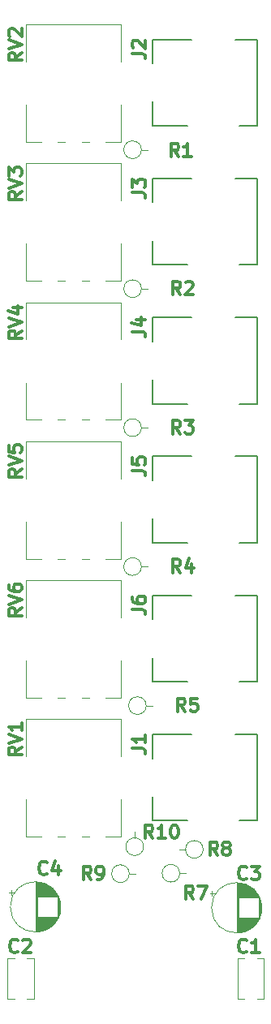
<source format=gto>
%TF.GenerationSoftware,KiCad,Pcbnew,(6.0.1)*%
%TF.CreationDate,2022-10-13T10:35:51-04:00*%
%TF.ProjectId,SYNTH-MIXER5-01,53594e54-482d-44d4-9958-4552352d3031,1*%
%TF.SameCoordinates,Original*%
%TF.FileFunction,Legend,Top*%
%TF.FilePolarity,Positive*%
%FSLAX46Y46*%
G04 Gerber Fmt 4.6, Leading zero omitted, Abs format (unit mm)*
G04 Created by KiCad (PCBNEW (6.0.1)) date 2022-10-13 10:35:51*
%MOMM*%
%LPD*%
G01*
G04 APERTURE LIST*
%ADD10C,0.304800*%
%ADD11C,0.120000*%
%ADD12C,0.200000*%
G04 APERTURE END LIST*
D10*
%TO.C,RV5*%
X3229475Y-55331547D02*
X2564237Y-55797214D01*
X3229475Y-56129833D02*
X1832475Y-56129833D01*
X1832475Y-55597642D01*
X1898999Y-55464595D01*
X1965522Y-55398071D01*
X2098570Y-55331547D01*
X2298141Y-55331547D01*
X2431189Y-55398071D01*
X2497713Y-55464595D01*
X2564237Y-55597642D01*
X2564237Y-56129833D01*
X1832475Y-54932404D02*
X3229475Y-54466738D01*
X1832475Y-54001071D01*
X1832475Y-52870166D02*
X1832475Y-53535404D01*
X2497713Y-53601928D01*
X2431189Y-53535404D01*
X2364665Y-53402357D01*
X2364665Y-53069738D01*
X2431189Y-52936690D01*
X2497713Y-52870166D01*
X2630760Y-52803642D01*
X2963379Y-52803642D01*
X3096427Y-52870166D01*
X3162951Y-52936690D01*
X3229475Y-53069738D01*
X3229475Y-53402357D01*
X3162951Y-53535404D01*
X3096427Y-53601928D01*
%TO.C,R4*%
X19767166Y-66131976D02*
X19301500Y-65466738D01*
X18968880Y-66131976D02*
X18968880Y-64734976D01*
X19501071Y-64734976D01*
X19634119Y-64801500D01*
X19700642Y-64868023D01*
X19767166Y-65001071D01*
X19767166Y-65200642D01*
X19700642Y-65333690D01*
X19634119Y-65400214D01*
X19501071Y-65466738D01*
X18968880Y-65466738D01*
X20964595Y-65200642D02*
X20964595Y-66131976D01*
X20631976Y-64668452D02*
X20299357Y-65666309D01*
X21164166Y-65666309D01*
%TO.C,RV1*%
X3231976Y-84331547D02*
X2566738Y-84797214D01*
X3231976Y-85129833D02*
X1834976Y-85129833D01*
X1834976Y-84597642D01*
X1901500Y-84464595D01*
X1968023Y-84398071D01*
X2101071Y-84331547D01*
X2300642Y-84331547D01*
X2433690Y-84398071D01*
X2500214Y-84464595D01*
X2566738Y-84597642D01*
X2566738Y-85129833D01*
X1834976Y-83932404D02*
X3231976Y-83466738D01*
X1834976Y-83001071D01*
X3231976Y-81803642D02*
X3231976Y-82601928D01*
X3231976Y-82202785D02*
X1834976Y-82202785D01*
X2034547Y-82335833D01*
X2167595Y-82468880D01*
X2234119Y-82601928D01*
%TO.C,RV3*%
X3231976Y-26381547D02*
X2566738Y-26847214D01*
X3231976Y-27179833D02*
X1834976Y-27179833D01*
X1834976Y-26647642D01*
X1901500Y-26514595D01*
X1968023Y-26448071D01*
X2101071Y-26381547D01*
X2300642Y-26381547D01*
X2433690Y-26448071D01*
X2500214Y-26514595D01*
X2566738Y-26647642D01*
X2566738Y-27179833D01*
X1834976Y-25982404D02*
X3231976Y-25516738D01*
X1834976Y-25051071D01*
X1834976Y-24718452D02*
X1834976Y-23853642D01*
X2367166Y-24319309D01*
X2367166Y-24119738D01*
X2433690Y-23986690D01*
X2500214Y-23920166D01*
X2633261Y-23853642D01*
X2965880Y-23853642D01*
X3098928Y-23920166D01*
X3165452Y-23986690D01*
X3231976Y-24119738D01*
X3231976Y-24518880D01*
X3165452Y-24651928D01*
X3098928Y-24718452D01*
%TO.C,RV6*%
X3229475Y-69831547D02*
X2564237Y-70297214D01*
X3229475Y-70629833D02*
X1832475Y-70629833D01*
X1832475Y-70097642D01*
X1898999Y-69964595D01*
X1965522Y-69898071D01*
X2098570Y-69831547D01*
X2298141Y-69831547D01*
X2431189Y-69898071D01*
X2497713Y-69964595D01*
X2564237Y-70097642D01*
X2564237Y-70629833D01*
X1832475Y-69432404D02*
X3229475Y-68966738D01*
X1832475Y-68501071D01*
X1832475Y-67436690D02*
X1832475Y-67702785D01*
X1898999Y-67835833D01*
X1965522Y-67902357D01*
X2165094Y-68035404D01*
X2431189Y-68101928D01*
X2963379Y-68101928D01*
X3096427Y-68035404D01*
X3162951Y-67968880D01*
X3229475Y-67835833D01*
X3229475Y-67569738D01*
X3162951Y-67436690D01*
X3096427Y-67370166D01*
X2963379Y-67303642D01*
X2630760Y-67303642D01*
X2497713Y-67370166D01*
X2431189Y-67436690D01*
X2364665Y-67569738D01*
X2364665Y-67835833D01*
X2431189Y-67968880D01*
X2497713Y-68035404D01*
X2630760Y-68101928D01*
%TO.C,J5*%
X14734976Y-55465666D02*
X15732833Y-55465666D01*
X15932404Y-55532190D01*
X16065452Y-55665238D01*
X16131976Y-55864809D01*
X16131976Y-55997857D01*
X14734976Y-54135190D02*
X14734976Y-54800428D01*
X15400214Y-54866952D01*
X15333690Y-54800428D01*
X15267166Y-54667380D01*
X15267166Y-54334761D01*
X15333690Y-54201714D01*
X15400214Y-54135190D01*
X15533261Y-54068666D01*
X15865880Y-54068666D01*
X15998928Y-54135190D01*
X16065452Y-54201714D01*
X16131976Y-54334761D01*
X16131976Y-54667380D01*
X16065452Y-54800428D01*
X15998928Y-54866952D01*
%TO.C,J6*%
X14734976Y-69965666D02*
X15732833Y-69965666D01*
X15932404Y-70032190D01*
X16065452Y-70165238D01*
X16131976Y-70364809D01*
X16131976Y-70497857D01*
X14734976Y-68701714D02*
X14734976Y-68967809D01*
X14801500Y-69100857D01*
X14868023Y-69167380D01*
X15067595Y-69300428D01*
X15333690Y-69366952D01*
X15865880Y-69366952D01*
X15998928Y-69300428D01*
X16065452Y-69233904D01*
X16131976Y-69100857D01*
X16131976Y-68834761D01*
X16065452Y-68701714D01*
X15998928Y-68635190D01*
X15865880Y-68568666D01*
X15533261Y-68568666D01*
X15400214Y-68635190D01*
X15333690Y-68701714D01*
X15267166Y-68834761D01*
X15267166Y-69100857D01*
X15333690Y-69233904D01*
X15400214Y-69300428D01*
X15533261Y-69366952D01*
%TO.C,R10*%
X16881928Y-93849976D02*
X16416261Y-93184738D01*
X16083642Y-93849976D02*
X16083642Y-92452976D01*
X16615833Y-92452976D01*
X16748880Y-92519500D01*
X16815404Y-92586023D01*
X16881928Y-92719071D01*
X16881928Y-92918642D01*
X16815404Y-93051690D01*
X16748880Y-93118214D01*
X16615833Y-93184738D01*
X16083642Y-93184738D01*
X18212404Y-93849976D02*
X17414119Y-93849976D01*
X17813261Y-93849976D02*
X17813261Y-92452976D01*
X17680214Y-92652547D01*
X17547166Y-92785595D01*
X17414119Y-92852119D01*
X19077214Y-92452976D02*
X19210261Y-92452976D01*
X19343309Y-92519500D01*
X19409833Y-92586023D01*
X19476357Y-92719071D01*
X19542880Y-92985166D01*
X19542880Y-93317785D01*
X19476357Y-93583880D01*
X19409833Y-93716928D01*
X19343309Y-93783452D01*
X19210261Y-93849976D01*
X19077214Y-93849976D01*
X18944166Y-93783452D01*
X18877642Y-93716928D01*
X18811119Y-93583880D01*
X18744595Y-93317785D01*
X18744595Y-92985166D01*
X18811119Y-92719071D01*
X18877642Y-92586023D01*
X18944166Y-92519500D01*
X19077214Y-92452976D01*
%TO.C,J2*%
X14734976Y-11965666D02*
X15732833Y-11965666D01*
X15932404Y-12032190D01*
X16065452Y-12165238D01*
X16131976Y-12364809D01*
X16131976Y-12497857D01*
X14868023Y-11366952D02*
X14801500Y-11300428D01*
X14734976Y-11167380D01*
X14734976Y-10834761D01*
X14801500Y-10701714D01*
X14868023Y-10635190D01*
X15001071Y-10568666D01*
X15134119Y-10568666D01*
X15333690Y-10635190D01*
X16131976Y-11433476D01*
X16131976Y-10568666D01*
%TO.C,J1*%
X14734976Y-84465666D02*
X15732833Y-84465666D01*
X15932404Y-84532190D01*
X16065452Y-84665238D01*
X16131976Y-84864809D01*
X16131976Y-84997857D01*
X16131976Y-83068666D02*
X16131976Y-83866952D01*
X16131976Y-83467809D02*
X14734976Y-83467809D01*
X14934547Y-83600857D01*
X15067595Y-83733904D01*
X15134119Y-83866952D01*
%TO.C,R3*%
X19767166Y-51631976D02*
X19301500Y-50966738D01*
X18968880Y-51631976D02*
X18968880Y-50234976D01*
X19501071Y-50234976D01*
X19634119Y-50301500D01*
X19700642Y-50368023D01*
X19767166Y-50501071D01*
X19767166Y-50700642D01*
X19700642Y-50833690D01*
X19634119Y-50900214D01*
X19501071Y-50966738D01*
X18968880Y-50966738D01*
X20232833Y-50234976D02*
X21097642Y-50234976D01*
X20631976Y-50767166D01*
X20831547Y-50767166D01*
X20964595Y-50833690D01*
X21031119Y-50900214D01*
X21097642Y-51033261D01*
X21097642Y-51365880D01*
X21031119Y-51498928D01*
X20964595Y-51565452D01*
X20831547Y-51631976D01*
X20432404Y-51631976D01*
X20299357Y-51565452D01*
X20232833Y-51498928D01*
%TO.C,R9*%
X10435166Y-98167976D02*
X9969500Y-97502738D01*
X9636880Y-98167976D02*
X9636880Y-96770976D01*
X10169071Y-96770976D01*
X10302119Y-96837500D01*
X10368642Y-96904023D01*
X10435166Y-97037071D01*
X10435166Y-97236642D01*
X10368642Y-97369690D01*
X10302119Y-97436214D01*
X10169071Y-97502738D01*
X9636880Y-97502738D01*
X11100404Y-98167976D02*
X11366500Y-98167976D01*
X11499547Y-98101452D01*
X11566071Y-98034928D01*
X11699119Y-97835357D01*
X11765642Y-97569261D01*
X11765642Y-97037071D01*
X11699119Y-96904023D01*
X11632595Y-96837500D01*
X11499547Y-96770976D01*
X11233452Y-96770976D01*
X11100404Y-96837500D01*
X11033880Y-96904023D01*
X10967357Y-97037071D01*
X10967357Y-97369690D01*
X11033880Y-97502738D01*
X11100404Y-97569261D01*
X11233452Y-97635785D01*
X11499547Y-97635785D01*
X11632595Y-97569261D01*
X11699119Y-97502738D01*
X11765642Y-97369690D01*
%TO.C,J4*%
X14734976Y-40965666D02*
X15732833Y-40965666D01*
X15932404Y-41032190D01*
X16065452Y-41165238D01*
X16131976Y-41364809D01*
X16131976Y-41497857D01*
X15200642Y-39701714D02*
X16131976Y-39701714D01*
X14668452Y-40034333D02*
X15666309Y-40366952D01*
X15666309Y-39502142D01*
%TO.C,RV2*%
X3229475Y-11881547D02*
X2564237Y-12347214D01*
X3229475Y-12679833D02*
X1832475Y-12679833D01*
X1832475Y-12147642D01*
X1898999Y-12014595D01*
X1965522Y-11948071D01*
X2098570Y-11881547D01*
X2298141Y-11881547D01*
X2431189Y-11948071D01*
X2497713Y-12014595D01*
X2564237Y-12147642D01*
X2564237Y-12679833D01*
X1832475Y-11482404D02*
X3229475Y-11016738D01*
X1832475Y-10551071D01*
X1965522Y-10151928D02*
X1898999Y-10085404D01*
X1832475Y-9952357D01*
X1832475Y-9619738D01*
X1898999Y-9486690D01*
X1965522Y-9420166D01*
X2098570Y-9353642D01*
X2231618Y-9353642D01*
X2431189Y-9420166D01*
X3229475Y-10218452D01*
X3229475Y-9353642D01*
%TO.C,R1*%
X19579166Y-22729976D02*
X19113500Y-22064738D01*
X18780880Y-22729976D02*
X18780880Y-21332976D01*
X19313071Y-21332976D01*
X19446119Y-21399500D01*
X19512642Y-21466023D01*
X19579166Y-21599071D01*
X19579166Y-21798642D01*
X19512642Y-21931690D01*
X19446119Y-21998214D01*
X19313071Y-22064738D01*
X18780880Y-22064738D01*
X20909642Y-22729976D02*
X20111357Y-22729976D01*
X20510499Y-22729976D02*
X20510499Y-21332976D01*
X20377452Y-21532547D01*
X20244404Y-21665595D01*
X20111357Y-21732119D01*
%TO.C,RV4*%
X3231976Y-40881547D02*
X2566738Y-41347214D01*
X3231976Y-41679833D02*
X1834976Y-41679833D01*
X1834976Y-41147642D01*
X1901500Y-41014595D01*
X1968023Y-40948071D01*
X2101071Y-40881547D01*
X2300642Y-40881547D01*
X2433690Y-40948071D01*
X2500214Y-41014595D01*
X2566738Y-41147642D01*
X2566738Y-41679833D01*
X1834976Y-40482404D02*
X3231976Y-40016738D01*
X1834976Y-39551071D01*
X2300642Y-38486690D02*
X3231976Y-38486690D01*
X1768452Y-38819309D02*
X2766309Y-39151928D01*
X2766309Y-38287119D01*
%TO.C,R2*%
X19767166Y-37131976D02*
X19301500Y-36466738D01*
X18968880Y-37131976D02*
X18968880Y-35734976D01*
X19501071Y-35734976D01*
X19634119Y-35801500D01*
X19700642Y-35868023D01*
X19767166Y-36001071D01*
X19767166Y-36200642D01*
X19700642Y-36333690D01*
X19634119Y-36400214D01*
X19501071Y-36466738D01*
X18968880Y-36466738D01*
X20299357Y-35868023D02*
X20365880Y-35801500D01*
X20498928Y-35734976D01*
X20831547Y-35734976D01*
X20964595Y-35801500D01*
X21031119Y-35868023D01*
X21097642Y-36001071D01*
X21097642Y-36134119D01*
X21031119Y-36333690D01*
X20232833Y-37131976D01*
X21097642Y-37131976D01*
%TO.C,J3*%
X14734976Y-26465666D02*
X15732833Y-26465666D01*
X15932404Y-26532190D01*
X16065452Y-26665238D01*
X16131976Y-26864809D01*
X16131976Y-26997857D01*
X14734976Y-25933476D02*
X14734976Y-25068666D01*
X15267166Y-25534333D01*
X15267166Y-25334761D01*
X15333690Y-25201714D01*
X15400214Y-25135190D01*
X15533261Y-25068666D01*
X15865880Y-25068666D01*
X15998928Y-25135190D01*
X16065452Y-25201714D01*
X16131976Y-25334761D01*
X16131976Y-25733904D01*
X16065452Y-25866952D01*
X15998928Y-25933476D01*
%TO.C,C3*%
X26691166Y-98034928D02*
X26624642Y-98101452D01*
X26425071Y-98167976D01*
X26292023Y-98167976D01*
X26092452Y-98101452D01*
X25959404Y-97968404D01*
X25892880Y-97835357D01*
X25826357Y-97569261D01*
X25826357Y-97369690D01*
X25892880Y-97103595D01*
X25959404Y-96970547D01*
X26092452Y-96837500D01*
X26292023Y-96770976D01*
X26425071Y-96770976D01*
X26624642Y-96837500D01*
X26691166Y-96904023D01*
X27156833Y-96770976D02*
X28021642Y-96770976D01*
X27555976Y-97303166D01*
X27755547Y-97303166D01*
X27888595Y-97369690D01*
X27955119Y-97436214D01*
X28021642Y-97569261D01*
X28021642Y-97901880D01*
X27955119Y-98034928D01*
X27888595Y-98101452D01*
X27755547Y-98167976D01*
X27356404Y-98167976D01*
X27223357Y-98101452D01*
X27156833Y-98034928D01*
%TO.C,R7*%
X21103166Y-100199976D02*
X20637500Y-99534738D01*
X20304880Y-100199976D02*
X20304880Y-98802976D01*
X20837071Y-98802976D01*
X20970119Y-98869500D01*
X21036642Y-98936023D01*
X21103166Y-99069071D01*
X21103166Y-99268642D01*
X21036642Y-99401690D01*
X20970119Y-99468214D01*
X20837071Y-99534738D01*
X20304880Y-99534738D01*
X21568833Y-98802976D02*
X22500166Y-98802976D01*
X21901452Y-100199976D01*
%TO.C,C1*%
X26691166Y-105654928D02*
X26624642Y-105721452D01*
X26425071Y-105787976D01*
X26292023Y-105787976D01*
X26092452Y-105721452D01*
X25959404Y-105588404D01*
X25892880Y-105455357D01*
X25826357Y-105189261D01*
X25826357Y-104989690D01*
X25892880Y-104723595D01*
X25959404Y-104590547D01*
X26092452Y-104457500D01*
X26292023Y-104390976D01*
X26425071Y-104390976D01*
X26624642Y-104457500D01*
X26691166Y-104524023D01*
X28021642Y-105787976D02*
X27223357Y-105787976D01*
X27622500Y-105787976D02*
X27622500Y-104390976D01*
X27489452Y-104590547D01*
X27356404Y-104723595D01*
X27223357Y-104790119D01*
%TO.C,R5*%
X20267166Y-80631976D02*
X19801500Y-79966738D01*
X19468880Y-80631976D02*
X19468880Y-79234976D01*
X20001071Y-79234976D01*
X20134119Y-79301500D01*
X20200642Y-79368023D01*
X20267166Y-79501071D01*
X20267166Y-79700642D01*
X20200642Y-79833690D01*
X20134119Y-79900214D01*
X20001071Y-79966738D01*
X19468880Y-79966738D01*
X21531119Y-79234976D02*
X20865880Y-79234976D01*
X20799357Y-79900214D01*
X20865880Y-79833690D01*
X20998928Y-79767166D01*
X21331547Y-79767166D01*
X21464595Y-79833690D01*
X21531119Y-79900214D01*
X21597642Y-80033261D01*
X21597642Y-80365880D01*
X21531119Y-80498928D01*
X21464595Y-80565452D01*
X21331547Y-80631976D01*
X20998928Y-80631976D01*
X20865880Y-80565452D01*
X20799357Y-80498928D01*
%TO.C,C2*%
X2815166Y-105654928D02*
X2748642Y-105721452D01*
X2549071Y-105787976D01*
X2416023Y-105787976D01*
X2216452Y-105721452D01*
X2083404Y-105588404D01*
X2016880Y-105455357D01*
X1950357Y-105189261D01*
X1950357Y-104989690D01*
X2016880Y-104723595D01*
X2083404Y-104590547D01*
X2216452Y-104457500D01*
X2416023Y-104390976D01*
X2549071Y-104390976D01*
X2748642Y-104457500D01*
X2815166Y-104524023D01*
X3347357Y-104524023D02*
X3413880Y-104457500D01*
X3546928Y-104390976D01*
X3879547Y-104390976D01*
X4012595Y-104457500D01*
X4079119Y-104524023D01*
X4145642Y-104657071D01*
X4145642Y-104790119D01*
X4079119Y-104989690D01*
X3280833Y-105787976D01*
X4145642Y-105787976D01*
%TO.C,R8*%
X23643166Y-95631976D02*
X23177500Y-94966738D01*
X22844880Y-95631976D02*
X22844880Y-94234976D01*
X23377071Y-94234976D01*
X23510119Y-94301500D01*
X23576642Y-94368023D01*
X23643166Y-94501071D01*
X23643166Y-94700642D01*
X23576642Y-94833690D01*
X23510119Y-94900214D01*
X23377071Y-94966738D01*
X22844880Y-94966738D01*
X24441452Y-94833690D02*
X24308404Y-94767166D01*
X24241880Y-94700642D01*
X24175357Y-94567595D01*
X24175357Y-94501071D01*
X24241880Y-94368023D01*
X24308404Y-94301500D01*
X24441452Y-94234976D01*
X24707547Y-94234976D01*
X24840595Y-94301500D01*
X24907119Y-94368023D01*
X24973642Y-94501071D01*
X24973642Y-94567595D01*
X24907119Y-94700642D01*
X24840595Y-94767166D01*
X24707547Y-94833690D01*
X24441452Y-94833690D01*
X24308404Y-94900214D01*
X24241880Y-94966738D01*
X24175357Y-95099785D01*
X24175357Y-95365880D01*
X24241880Y-95498928D01*
X24308404Y-95565452D01*
X24441452Y-95631976D01*
X24707547Y-95631976D01*
X24840595Y-95565452D01*
X24907119Y-95498928D01*
X24973642Y-95365880D01*
X24973642Y-95099785D01*
X24907119Y-94966738D01*
X24840595Y-94900214D01*
X24707547Y-94833690D01*
%TO.C,C4*%
X5863166Y-97526928D02*
X5796642Y-97593452D01*
X5597071Y-97659976D01*
X5464023Y-97659976D01*
X5264452Y-97593452D01*
X5131404Y-97460404D01*
X5064880Y-97327357D01*
X4998357Y-97061261D01*
X4998357Y-96861690D01*
X5064880Y-96595595D01*
X5131404Y-96462547D01*
X5264452Y-96329500D01*
X5464023Y-96262976D01*
X5597071Y-96262976D01*
X5796642Y-96329500D01*
X5863166Y-96396023D01*
X7060595Y-96728642D02*
X7060595Y-97659976D01*
X6727976Y-96196452D02*
X6395357Y-97194309D01*
X7260166Y-97194309D01*
D11*
%TO.C,RV5*%
X3630000Y-64670000D02*
X3630000Y-60805000D01*
X11970000Y-64670000D02*
X13570000Y-64670000D01*
X6971000Y-64670000D02*
X7730000Y-64670000D01*
X13570000Y-56295000D02*
X13570000Y-52430000D01*
X3630000Y-52430000D02*
X13570000Y-52430000D01*
X3630000Y-64670000D02*
X5229000Y-64670000D01*
X9471000Y-64670000D02*
X10230000Y-64670000D01*
X3630000Y-56295000D02*
X3630000Y-52430000D01*
X13570000Y-64670000D02*
X13570000Y-60805000D01*
%TO.C,R4*%
X15700000Y-65500000D02*
X16320000Y-65500000D01*
X15700000Y-65500000D02*
G75*
G03*
X15700000Y-65500000I-920000J0D01*
G01*
%TO.C,RV1*%
X13570000Y-93670000D02*
X13570000Y-89805000D01*
X3630000Y-81430000D02*
X13570000Y-81430000D01*
X3630000Y-93670000D02*
X5229000Y-93670000D01*
X9471000Y-93670000D02*
X10230000Y-93670000D01*
X6971000Y-93670000D02*
X7730000Y-93670000D01*
X13570000Y-85295000D02*
X13570000Y-81430000D01*
X3630000Y-93670000D02*
X3630000Y-89805000D01*
X3630000Y-85295000D02*
X3630000Y-81430000D01*
X11970000Y-93670000D02*
X13570000Y-93670000D01*
%TO.C,RV3*%
X11970000Y-35670000D02*
X13570000Y-35670000D01*
X9471000Y-35670000D02*
X10230000Y-35670000D01*
X13570000Y-27295000D02*
X13570000Y-23430000D01*
X3630000Y-35670000D02*
X3630000Y-31805000D01*
X3630000Y-23430000D02*
X13570000Y-23430000D01*
X3630000Y-35670000D02*
X5229000Y-35670000D01*
X6971000Y-35670000D02*
X7730000Y-35670000D01*
X3630000Y-27295000D02*
X3630000Y-23430000D01*
X13570000Y-35670000D02*
X13570000Y-31805000D01*
%TO.C,RV6*%
X3630000Y-79170000D02*
X3630000Y-75305000D01*
X13570000Y-70795000D02*
X13570000Y-66930000D01*
X3630000Y-70795000D02*
X3630000Y-66930000D01*
X11970000Y-79170000D02*
X13570000Y-79170000D01*
X3630000Y-66930000D02*
X13570000Y-66930000D01*
X3630000Y-79170000D02*
X5229000Y-79170000D01*
X6971000Y-79170000D02*
X7730000Y-79170000D01*
X13570000Y-79170000D02*
X13570000Y-75305000D01*
X9471000Y-79170000D02*
X10230000Y-79170000D01*
D12*
%TO.C,J5*%
X16900000Y-54000000D02*
X16900000Y-56500000D01*
X27800000Y-63000000D02*
X25900000Y-63000000D01*
X16900000Y-63000000D02*
X16900000Y-60500000D01*
X16900000Y-54000000D02*
X20900000Y-54000000D01*
X16900000Y-63000000D02*
X20500000Y-63000000D01*
X27800000Y-54000000D02*
X25500000Y-54000000D01*
X27800000Y-63000000D02*
X27800000Y-54000000D01*
%TO.C,J6*%
X27800000Y-77500000D02*
X27800000Y-68500000D01*
X16900000Y-77500000D02*
X20500000Y-77500000D01*
X27800000Y-68500000D02*
X25500000Y-68500000D01*
X16900000Y-68500000D02*
X16900000Y-71000000D01*
X16900000Y-68500000D02*
X20900000Y-68500000D01*
X27800000Y-77500000D02*
X25900000Y-77500000D01*
X16900000Y-77500000D02*
X16900000Y-75000000D01*
D11*
%TO.C,R10*%
X15920000Y-94720000D02*
G75*
G03*
X15920000Y-94720000I-920000J0D01*
G01*
X15000000Y-93800000D02*
X15000000Y-93180000D01*
D12*
%TO.C,J2*%
X16900000Y-10500000D02*
X16900000Y-13000000D01*
X16900000Y-19500000D02*
X16900000Y-17000000D01*
X27800000Y-19500000D02*
X27800000Y-10500000D01*
X27800000Y-10500000D02*
X25500000Y-10500000D01*
X16900000Y-10500000D02*
X20900000Y-10500000D01*
X27800000Y-19500000D02*
X25900000Y-19500000D01*
X16900000Y-19500000D02*
X20500000Y-19500000D01*
%TO.C,J1*%
X27800000Y-83000000D02*
X25500000Y-83000000D01*
X16900000Y-92000000D02*
X20500000Y-92000000D01*
X27800000Y-92000000D02*
X25900000Y-92000000D01*
X16900000Y-92000000D02*
X16900000Y-89500000D01*
X16900000Y-83000000D02*
X16900000Y-85500000D01*
X16900000Y-83000000D02*
X20900000Y-83000000D01*
X27800000Y-92000000D02*
X27800000Y-83000000D01*
D11*
%TO.C,R3*%
X15700000Y-51000000D02*
X16320000Y-51000000D01*
X15700000Y-51000000D02*
G75*
G03*
X15700000Y-51000000I-920000J0D01*
G01*
%TO.C,R9*%
X14432000Y-97536000D02*
G75*
G03*
X14432000Y-97536000I-920000J0D01*
G01*
X14432000Y-97536000D02*
X15052000Y-97536000D01*
D12*
%TO.C,J4*%
X27800000Y-48500000D02*
X27800000Y-39500000D01*
X27800000Y-39500000D02*
X25500000Y-39500000D01*
X27800000Y-48500000D02*
X25900000Y-48500000D01*
X16900000Y-48500000D02*
X16900000Y-46000000D01*
X16900000Y-48500000D02*
X20500000Y-48500000D01*
X16900000Y-39500000D02*
X20900000Y-39500000D01*
X16900000Y-39500000D02*
X16900000Y-42000000D01*
D11*
%TO.C,RV2*%
X13570000Y-21170000D02*
X13570000Y-17305000D01*
X3630000Y-12795000D02*
X3630000Y-8930000D01*
X11970000Y-21170000D02*
X13570000Y-21170000D01*
X3630000Y-21170000D02*
X3630000Y-17305000D01*
X6971000Y-21170000D02*
X7730000Y-21170000D01*
X13570000Y-12795000D02*
X13570000Y-8930000D01*
X3630000Y-8930000D02*
X13570000Y-8930000D01*
X3630000Y-21170000D02*
X5229000Y-21170000D01*
X9471000Y-21170000D02*
X10230000Y-21170000D01*
%TO.C,R1*%
X15700000Y-22000000D02*
X16320000Y-22000000D01*
X15700000Y-22000000D02*
G75*
G03*
X15700000Y-22000000I-920000J0D01*
G01*
%TO.C,RV4*%
X6971000Y-50170000D02*
X7730000Y-50170000D01*
X3630000Y-41795000D02*
X3630000Y-37930000D01*
X3630000Y-37930000D02*
X13570000Y-37930000D01*
X13570000Y-41795000D02*
X13570000Y-37930000D01*
X9471000Y-50170000D02*
X10230000Y-50170000D01*
X3630000Y-50170000D02*
X5229000Y-50170000D01*
X11970000Y-50170000D02*
X13570000Y-50170000D01*
X3630000Y-50170000D02*
X3630000Y-46305000D01*
X13570000Y-50170000D02*
X13570000Y-46305000D01*
%TO.C,R2*%
X15700000Y-36500000D02*
X16320000Y-36500000D01*
X15700000Y-36500000D02*
G75*
G03*
X15700000Y-36500000I-920000J0D01*
G01*
D12*
%TO.C,J3*%
X16900000Y-25000000D02*
X20900000Y-25000000D01*
X16900000Y-25000000D02*
X16900000Y-27500000D01*
X16900000Y-34000000D02*
X20500000Y-34000000D01*
X16900000Y-34000000D02*
X16900000Y-31500000D01*
X27800000Y-34000000D02*
X27800000Y-25000000D01*
X27800000Y-34000000D02*
X25900000Y-34000000D01*
X27800000Y-25000000D02*
X25500000Y-25000000D01*
D11*
%TO.C,C3*%
X22829225Y-99617000D02*
X23329225Y-99617000D01*
X27395000Y-102132000D02*
X27395000Y-102993000D01*
X27035000Y-98917000D02*
X27035000Y-100052000D01*
X27155000Y-98997000D02*
X27155000Y-100052000D01*
X27315000Y-99121000D02*
X27315000Y-100052000D01*
X25714000Y-98513000D02*
X25714000Y-103671000D01*
X25754000Y-98514000D02*
X25754000Y-103670000D01*
X26114000Y-98556000D02*
X26114000Y-100052000D01*
X28035000Y-100081000D02*
X28035000Y-102103000D01*
X27995000Y-99994000D02*
X27995000Y-102190000D01*
X27955000Y-99914000D02*
X27955000Y-102270000D01*
X26234000Y-98581000D02*
X26234000Y-100052000D01*
X27675000Y-99487000D02*
X27675000Y-100052000D01*
X27795000Y-99649000D02*
X27795000Y-100052000D01*
X27675000Y-102132000D02*
X27675000Y-102697000D01*
X26435000Y-102132000D02*
X26435000Y-103547000D01*
X26515000Y-102132000D02*
X26515000Y-103520000D01*
X27435000Y-102132000D02*
X27435000Y-102956000D01*
X28115000Y-100287000D02*
X28115000Y-101897000D01*
X26715000Y-98744000D02*
X26715000Y-100052000D01*
X25794000Y-98516000D02*
X25794000Y-103668000D01*
X27275000Y-102132000D02*
X27275000Y-103096000D01*
X26835000Y-98802000D02*
X26835000Y-100052000D01*
X27275000Y-99088000D02*
X27275000Y-100052000D01*
X28075000Y-100177000D02*
X28075000Y-102007000D01*
X27875000Y-102132000D02*
X27875000Y-102411000D01*
X26715000Y-102132000D02*
X26715000Y-103440000D01*
X26955000Y-102132000D02*
X26955000Y-103316000D01*
X26355000Y-102132000D02*
X26355000Y-103572000D01*
X27795000Y-102132000D02*
X27795000Y-102535000D01*
X27915000Y-102132000D02*
X27915000Y-102343000D01*
X26795000Y-98782000D02*
X26795000Y-100052000D01*
X26835000Y-102132000D02*
X26835000Y-103382000D01*
X26555000Y-98678000D02*
X26555000Y-100052000D01*
X26194000Y-98572000D02*
X26194000Y-100052000D01*
X27715000Y-102132000D02*
X27715000Y-102646000D01*
X27355000Y-102132000D02*
X27355000Y-103029000D01*
X27875000Y-99773000D02*
X27875000Y-100052000D01*
X27915000Y-99841000D02*
X27915000Y-100052000D01*
X27515000Y-102132000D02*
X27515000Y-102877000D01*
X26475000Y-102132000D02*
X26475000Y-103534000D01*
X26795000Y-102132000D02*
X26795000Y-103402000D01*
X27195000Y-102132000D02*
X27195000Y-103157000D01*
X26194000Y-102132000D02*
X26194000Y-103612000D01*
X28155000Y-100415000D02*
X28155000Y-101769000D01*
X26915000Y-102132000D02*
X26915000Y-103339000D01*
X26675000Y-102132000D02*
X26675000Y-103457000D01*
X27235000Y-99057000D02*
X27235000Y-100052000D01*
X26875000Y-102132000D02*
X26875000Y-103360000D01*
X26635000Y-102132000D02*
X26635000Y-103474000D01*
X27435000Y-99228000D02*
X27435000Y-100052000D01*
X26915000Y-98845000D02*
X26915000Y-100052000D01*
X26675000Y-98727000D02*
X26675000Y-100052000D01*
X26475000Y-98650000D02*
X26475000Y-100052000D01*
X25994000Y-102132000D02*
X25994000Y-103648000D01*
X26875000Y-98824000D02*
X26875000Y-100052000D01*
X27595000Y-99393000D02*
X27595000Y-100052000D01*
X26435000Y-98637000D02*
X26435000Y-100052000D01*
X27555000Y-102132000D02*
X27555000Y-102835000D01*
X23079225Y-99367000D02*
X23079225Y-99867000D01*
X27075000Y-98943000D02*
X27075000Y-100052000D01*
X26034000Y-98542000D02*
X26034000Y-100052000D01*
X27235000Y-102132000D02*
X27235000Y-103127000D01*
X26995000Y-102132000D02*
X26995000Y-103292000D01*
X26034000Y-102132000D02*
X26034000Y-103642000D01*
X27635000Y-99439000D02*
X27635000Y-100052000D01*
X25994000Y-98536000D02*
X25994000Y-100052000D01*
X27475000Y-102132000D02*
X27475000Y-102918000D01*
X26635000Y-98710000D02*
X26635000Y-100052000D01*
X26234000Y-102132000D02*
X26234000Y-103603000D01*
X26074000Y-98549000D02*
X26074000Y-100052000D01*
X28235000Y-100808000D02*
X28235000Y-101376000D01*
X27115000Y-102132000D02*
X27115000Y-103214000D01*
X26515000Y-98664000D02*
X26515000Y-100052000D01*
X25634000Y-98512000D02*
X25634000Y-103672000D01*
X27195000Y-99027000D02*
X27195000Y-100052000D01*
X27835000Y-99709000D02*
X27835000Y-100052000D01*
X26274000Y-98591000D02*
X26274000Y-100052000D01*
X27115000Y-98970000D02*
X27115000Y-100052000D01*
X27395000Y-99191000D02*
X27395000Y-100052000D01*
X25914000Y-98527000D02*
X25914000Y-100052000D01*
X27475000Y-99266000D02*
X27475000Y-100052000D01*
X27155000Y-102132000D02*
X27155000Y-103187000D01*
X26074000Y-102132000D02*
X26074000Y-103635000D01*
X26595000Y-102132000D02*
X26595000Y-103490000D01*
X27035000Y-102132000D02*
X27035000Y-103267000D01*
X26395000Y-98624000D02*
X26395000Y-100052000D01*
X26395000Y-102132000D02*
X26395000Y-103560000D01*
X26755000Y-98763000D02*
X26755000Y-100052000D01*
X25874000Y-102132000D02*
X25874000Y-103661000D01*
X25674000Y-98512000D02*
X25674000Y-103672000D01*
X27355000Y-99155000D02*
X27355000Y-100052000D01*
X26114000Y-102132000D02*
X26114000Y-103628000D01*
X25954000Y-98531000D02*
X25954000Y-100052000D01*
X25874000Y-98523000D02*
X25874000Y-100052000D01*
X26555000Y-102132000D02*
X26555000Y-103506000D01*
X25834000Y-98519000D02*
X25834000Y-103665000D01*
X27755000Y-102132000D02*
X27755000Y-102592000D01*
X26595000Y-98694000D02*
X26595000Y-100052000D01*
X26955000Y-98868000D02*
X26955000Y-100052000D01*
X27315000Y-102132000D02*
X27315000Y-103063000D01*
X27755000Y-99592000D02*
X27755000Y-100052000D01*
X27075000Y-102132000D02*
X27075000Y-103241000D01*
X26314000Y-102132000D02*
X26314000Y-103583000D01*
X26154000Y-98564000D02*
X26154000Y-100052000D01*
X25954000Y-102132000D02*
X25954000Y-103653000D01*
X26355000Y-98612000D02*
X26355000Y-100052000D01*
X27595000Y-102132000D02*
X27595000Y-102791000D01*
X26995000Y-98892000D02*
X26995000Y-100052000D01*
X27835000Y-102132000D02*
X27835000Y-102475000D01*
X27715000Y-99538000D02*
X27715000Y-100052000D01*
X28195000Y-100574000D02*
X28195000Y-101610000D01*
X26154000Y-102132000D02*
X26154000Y-103620000D01*
X27555000Y-99349000D02*
X27555000Y-100052000D01*
X26314000Y-98601000D02*
X26314000Y-100052000D01*
X27515000Y-99307000D02*
X27515000Y-100052000D01*
X25914000Y-102132000D02*
X25914000Y-103657000D01*
X27635000Y-102132000D02*
X27635000Y-102745000D01*
X26755000Y-102132000D02*
X26755000Y-103421000D01*
X26274000Y-102132000D02*
X26274000Y-103593000D01*
X28254000Y-101092000D02*
G75*
G03*
X28254000Y-101092000I-2620000J0D01*
G01*
%TO.C,R7*%
X19700000Y-97500000D02*
G75*
G03*
X19700000Y-97500000I-920000J0D01*
G01*
X19700000Y-97500000D02*
X20320000Y-97500000D01*
%TO.C,C1*%
X25730000Y-106380000D02*
X25730000Y-110620000D01*
X28470000Y-106380000D02*
X28470000Y-110620000D01*
X26435000Y-110620000D02*
X25730000Y-110620000D01*
X28470000Y-106380000D02*
X27765000Y-106380000D01*
X28470000Y-110620000D02*
X27765000Y-110620000D01*
X26435000Y-106380000D02*
X25730000Y-106380000D01*
%TO.C,R5*%
X16200000Y-80000000D02*
X16820000Y-80000000D01*
X16200000Y-80000000D02*
G75*
G03*
X16200000Y-80000000I-920000J0D01*
G01*
%TO.C,C2*%
X4470000Y-106380000D02*
X3765000Y-106380000D01*
X4470000Y-110620000D02*
X3765000Y-110620000D01*
X1730000Y-106380000D02*
X1730000Y-110620000D01*
X4470000Y-106380000D02*
X4470000Y-110620000D01*
X2435000Y-110620000D02*
X1730000Y-110620000D01*
X2435000Y-106380000D02*
X1730000Y-106380000D01*
%TO.C,R8*%
X20300000Y-95000000D02*
X19680000Y-95000000D01*
X22140000Y-95000000D02*
G75*
G03*
X22140000Y-95000000I-920000J0D01*
G01*
%TO.C,C4*%
X5925888Y-102040000D02*
X5925888Y-103247000D01*
X6045888Y-98825000D02*
X6045888Y-99960000D01*
X6205888Y-102040000D02*
X6205888Y-103065000D01*
X7125888Y-100195000D02*
X7125888Y-101805000D01*
X5084888Y-98457000D02*
X5084888Y-99960000D01*
X6285888Y-102040000D02*
X6285888Y-103004000D01*
X6725888Y-99446000D02*
X6725888Y-99960000D01*
X6005888Y-98800000D02*
X6005888Y-99960000D01*
X6285888Y-98996000D02*
X6285888Y-99960000D01*
X6685888Y-102040000D02*
X6685888Y-102605000D01*
X5445888Y-98545000D02*
X5445888Y-99960000D01*
X4964888Y-98439000D02*
X4964888Y-99960000D01*
X6845888Y-102040000D02*
X6845888Y-102383000D01*
X5605888Y-102040000D02*
X5605888Y-103398000D01*
X5645888Y-98618000D02*
X5645888Y-99960000D01*
X6405888Y-99099000D02*
X6405888Y-99960000D01*
X5565888Y-102040000D02*
X5565888Y-103414000D01*
X6885888Y-102040000D02*
X6885888Y-102319000D01*
X5885888Y-102040000D02*
X5885888Y-103268000D01*
X5204888Y-102040000D02*
X5204888Y-103520000D01*
X5965888Y-98776000D02*
X5965888Y-99960000D01*
X6445888Y-102040000D02*
X6445888Y-102864000D01*
X5525888Y-98572000D02*
X5525888Y-99960000D01*
X4804888Y-98424000D02*
X4804888Y-103576000D01*
X4924888Y-102040000D02*
X4924888Y-103565000D01*
X6405888Y-102040000D02*
X6405888Y-102901000D01*
X4684888Y-98420000D02*
X4684888Y-103580000D01*
X6245888Y-98965000D02*
X6245888Y-99960000D01*
X5685888Y-102040000D02*
X5685888Y-103365000D01*
X6125888Y-98878000D02*
X6125888Y-99960000D01*
X4844888Y-98427000D02*
X4844888Y-103573000D01*
X5084888Y-102040000D02*
X5084888Y-103543000D01*
X5164888Y-102040000D02*
X5164888Y-103528000D01*
X5204888Y-98480000D02*
X5204888Y-99960000D01*
X6565888Y-99257000D02*
X6565888Y-99960000D01*
X4884888Y-98431000D02*
X4884888Y-99960000D01*
X5124888Y-102040000D02*
X5124888Y-103536000D01*
X6445888Y-99136000D02*
X6445888Y-99960000D01*
X6605888Y-102040000D02*
X6605888Y-102699000D01*
X7245888Y-100716000D02*
X7245888Y-101284000D01*
X5605888Y-98602000D02*
X5605888Y-99960000D01*
X4764888Y-98422000D02*
X4764888Y-103578000D01*
X6165888Y-102040000D02*
X6165888Y-103095000D01*
X6365888Y-99063000D02*
X6365888Y-99960000D01*
X5645888Y-102040000D02*
X5645888Y-103382000D01*
X6605888Y-99301000D02*
X6605888Y-99960000D01*
X1840113Y-99525000D02*
X2340113Y-99525000D01*
X6485888Y-99174000D02*
X6485888Y-99960000D01*
X5164888Y-98472000D02*
X5164888Y-99960000D01*
X6925888Y-99749000D02*
X6925888Y-99960000D01*
X5365888Y-102040000D02*
X5365888Y-103480000D01*
X5405888Y-98532000D02*
X5405888Y-99960000D01*
X6965888Y-99822000D02*
X6965888Y-102178000D01*
X5805888Y-98690000D02*
X5805888Y-99960000D01*
X6365888Y-102040000D02*
X6365888Y-102937000D01*
X5925888Y-98753000D02*
X5925888Y-99960000D01*
X6925888Y-102040000D02*
X6925888Y-102251000D01*
X5324888Y-102040000D02*
X5324888Y-103491000D01*
X4644888Y-98420000D02*
X4644888Y-103580000D01*
X6525888Y-99215000D02*
X6525888Y-99960000D01*
X5965888Y-102040000D02*
X5965888Y-103224000D01*
X5725888Y-102040000D02*
X5725888Y-103348000D01*
X6845888Y-99617000D02*
X6845888Y-99960000D01*
X5044888Y-102040000D02*
X5044888Y-103550000D01*
X5485888Y-102040000D02*
X5485888Y-103442000D01*
X4724888Y-98421000D02*
X4724888Y-103579000D01*
X5284888Y-102040000D02*
X5284888Y-103501000D01*
X5124888Y-98464000D02*
X5124888Y-99960000D01*
X7005888Y-99902000D02*
X7005888Y-102098000D01*
X5525888Y-102040000D02*
X5525888Y-103428000D01*
X5845888Y-102040000D02*
X5845888Y-103290000D01*
X6325888Y-99029000D02*
X6325888Y-99960000D01*
X5004888Y-98444000D02*
X5004888Y-99960000D01*
X5405888Y-102040000D02*
X5405888Y-103468000D01*
X4924888Y-98435000D02*
X4924888Y-99960000D01*
X6765888Y-102040000D02*
X6765888Y-102500000D01*
X5284888Y-98499000D02*
X5284888Y-99960000D01*
X6765888Y-99500000D02*
X6765888Y-99960000D01*
X6205888Y-98935000D02*
X6205888Y-99960000D01*
X6645888Y-99347000D02*
X6645888Y-99960000D01*
X7165888Y-100323000D02*
X7165888Y-101677000D01*
X5244888Y-98489000D02*
X5244888Y-99960000D01*
X2090113Y-99275000D02*
X2090113Y-99775000D01*
X5765888Y-102040000D02*
X5765888Y-103329000D01*
X5244888Y-102040000D02*
X5244888Y-103511000D01*
X6805888Y-102040000D02*
X6805888Y-102443000D01*
X6165888Y-98905000D02*
X6165888Y-99960000D01*
X4964888Y-102040000D02*
X4964888Y-103561000D01*
X6085888Y-98851000D02*
X6085888Y-99960000D01*
X7045888Y-99989000D02*
X7045888Y-102011000D01*
X5885888Y-98732000D02*
X5885888Y-99960000D01*
X6005888Y-102040000D02*
X6005888Y-103200000D01*
X6085888Y-102040000D02*
X6085888Y-103149000D01*
X5725888Y-98652000D02*
X5725888Y-99960000D01*
X5805888Y-102040000D02*
X5805888Y-103310000D01*
X6645888Y-102040000D02*
X6645888Y-102653000D01*
X5365888Y-98520000D02*
X5365888Y-99960000D01*
X6805888Y-99557000D02*
X6805888Y-99960000D01*
X6245888Y-102040000D02*
X6245888Y-103035000D01*
X5485888Y-98558000D02*
X5485888Y-99960000D01*
X5685888Y-98635000D02*
X5685888Y-99960000D01*
X5765888Y-98671000D02*
X5765888Y-99960000D01*
X6685888Y-99395000D02*
X6685888Y-99960000D01*
X5565888Y-98586000D02*
X5565888Y-99960000D01*
X6325888Y-102040000D02*
X6325888Y-102971000D01*
X5845888Y-98710000D02*
X5845888Y-99960000D01*
X6045888Y-102040000D02*
X6045888Y-103175000D01*
X6125888Y-102040000D02*
X6125888Y-103122000D01*
X7205888Y-100482000D02*
X7205888Y-101518000D01*
X7085888Y-100085000D02*
X7085888Y-101915000D01*
X5004888Y-102040000D02*
X5004888Y-103556000D01*
X5044888Y-98450000D02*
X5044888Y-99960000D01*
X5324888Y-98509000D02*
X5324888Y-99960000D01*
X6525888Y-102040000D02*
X6525888Y-102785000D01*
X6885888Y-99681000D02*
X6885888Y-99960000D01*
X6725888Y-102040000D02*
X6725888Y-102554000D01*
X5445888Y-102040000D02*
X5445888Y-103455000D01*
X6485888Y-102040000D02*
X6485888Y-102826000D01*
X4884888Y-102040000D02*
X4884888Y-103569000D01*
X6565888Y-102040000D02*
X6565888Y-102743000D01*
X7264888Y-101000000D02*
G75*
G03*
X7264888Y-101000000I-2620000J0D01*
G01*
%TD*%
M02*

</source>
